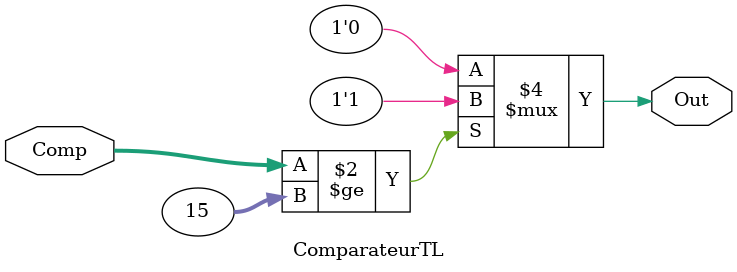
<source format=v>
module ComparateurTL(Comp, Out) ;

parameter COMP_VALUE = 15 ;
parameter BUS_SIZE = 8 ;

input[BUS_SIZE-1:0] Comp ;

output reg Out ;

always@(Comp)

	begin
	
		if(Comp >= COMP_VALUE)
			begin
				Out <= 1 ;
			end
		else
			begin
				Out <= 0 ;
			end
	end
	
endmodule

</source>
